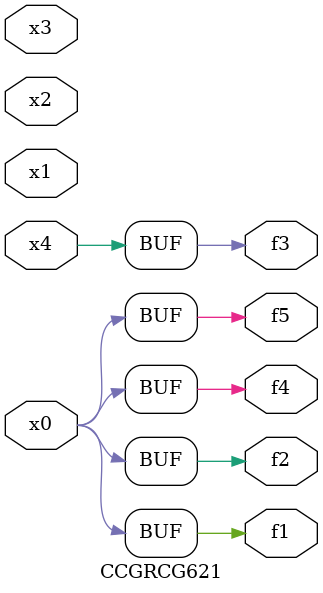
<source format=v>
module CCGRCG621(
	input x0, x1, x2, x3, x4,
	output f1, f2, f3, f4, f5
);
	assign f1 = x0;
	assign f2 = x0;
	assign f3 = x4;
	assign f4 = x0;
	assign f5 = x0;
endmodule

</source>
